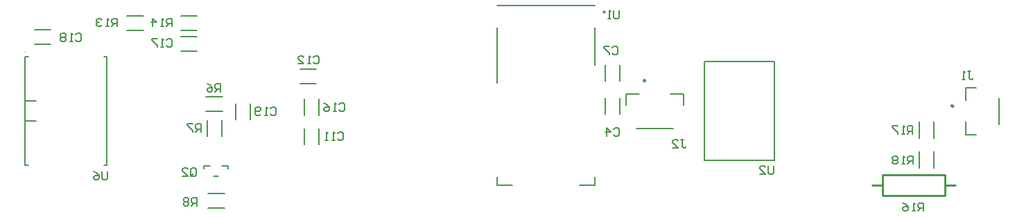
<source format=gbr>
%TF.GenerationSoftware,Altium Limited,Altium Designer,22.7.1 (60)*%
G04 Layer_Color=32896*
%FSLAX43Y43*%
%MOMM*%
%TF.SameCoordinates,9191ECB2-230E-4BD1-81F0-C314D0E832B5*%
%TF.FilePolarity,Positive*%
%TF.FileFunction,Legend,Bot*%
%TF.Part,Single*%
G01*
G75*
%TA.AperFunction,NonConductor*%
%ADD49C,0.200*%
%ADD50C,0.250*%
%ADD51C,0.127*%
%ADD52C,0.254*%
%ADD56C,0.100*%
D49*
X71200Y27125D02*
G03*
X71200Y27125I-100J0D01*
G01*
X10400Y8350D02*
Y21650D01*
X400Y13753D02*
Y14169D01*
Y15831D02*
Y16247D01*
Y8350D02*
X800D01*
X400D02*
Y8600D01*
Y21650D02*
X800D01*
X400Y21600D02*
Y21650D01*
X10000D02*
X10400D01*
Y21400D02*
Y21650D01*
X10000Y8350D02*
X10400D01*
Y8600D01*
X400Y18325D02*
Y21650D01*
Y8350D02*
Y11675D01*
Y18325D01*
Y13753D02*
X1721D01*
X400Y16247D02*
X1721D01*
X115300Y16300D02*
Y17875D01*
Y12125D02*
Y13700D01*
Y12125D02*
X116525D01*
X119350Y13400D02*
Y16600D01*
X115300Y17875D02*
X116525D01*
X23434Y6978D02*
X23966D01*
X22250Y7955D02*
Y8278D01*
X24384D02*
X25150D01*
X22250D02*
X23016D01*
X25150Y7955D02*
Y8278D01*
X80775Y15750D02*
Y17125D01*
X75050Y12875D02*
X79500D01*
X73775Y15750D02*
Y17125D01*
X75350D01*
X79200D02*
X80775D01*
X91875Y8950D02*
Y21050D01*
X83375Y8950D02*
Y21050D01*
Y8950D02*
X91875D01*
X83375Y21050D02*
X91875D01*
X10433Y7600D02*
Y6767D01*
X10266Y6600D01*
X9933D01*
X9767Y6767D01*
Y7600D01*
X8767D02*
X9100Y7433D01*
X9433Y7100D01*
Y6767D01*
X9267Y6600D01*
X8934D01*
X8767Y6767D01*
Y6933D01*
X8934Y7100D01*
X9433D01*
X72891Y27325D02*
Y26492D01*
X72725Y26325D01*
X72392D01*
X72225Y26492D01*
Y27325D01*
X71892Y26325D02*
X71559D01*
X71725D01*
Y27325D01*
X71892Y27158D01*
X80442Y11475D02*
X80775D01*
X80608D01*
Y10642D01*
X80775Y10475D01*
X80941D01*
X81108Y10642D01*
X79442Y10475D02*
X80108D01*
X79442Y11142D01*
Y11308D01*
X79609Y11475D01*
X79942D01*
X80108Y11308D01*
X115525Y19900D02*
X115858D01*
X115692D01*
Y19067D01*
X115858Y18900D01*
X116025D01*
X116191Y19067D01*
X115192Y18900D02*
X114859D01*
X115025D01*
Y19900D01*
X115192Y19733D01*
X91808Y8275D02*
Y7442D01*
X91641Y7275D01*
X91308D01*
X91142Y7442D01*
Y8275D01*
X90142Y7275D02*
X90808D01*
X90142Y7942D01*
Y8108D01*
X90309Y8275D01*
X90642D01*
X90808Y8108D01*
X108825Y8500D02*
Y9500D01*
X108325D01*
X108158Y9333D01*
Y9000D01*
X108325Y8833D01*
X108825D01*
X108491D02*
X108158Y8500D01*
X107825D02*
X107492D01*
X107658D01*
Y9500D01*
X107825Y9333D01*
X106992D02*
X106825Y9500D01*
X106492D01*
X106325Y9333D01*
Y9167D01*
X106492Y9000D01*
X106325Y8833D01*
Y8667D01*
X106492Y8500D01*
X106825D01*
X106992Y8667D01*
Y8833D01*
X106825Y9000D01*
X106992Y9167D01*
Y9333D01*
X106825Y9000D02*
X106492D01*
X108775Y12175D02*
Y13175D01*
X108275D01*
X108108Y13008D01*
Y12675D01*
X108275Y12508D01*
X108775D01*
X108441D02*
X108108Y12175D01*
X107775D02*
X107442D01*
X107608D01*
Y13175D01*
X107775Y13008D01*
X106942Y13175D02*
X106275D01*
Y13008D01*
X106942Y12342D01*
Y12175D01*
X110074Y2750D02*
Y3750D01*
X109574D01*
X109408Y3583D01*
Y3250D01*
X109574Y3083D01*
X110074D01*
X109741D02*
X109408Y2750D01*
X109075D02*
X108741D01*
X108908D01*
Y3750D01*
X109075Y3583D01*
X107575Y3750D02*
X107908Y3583D01*
X108241Y3250D01*
Y2917D01*
X108075Y2750D01*
X107742D01*
X107575Y2917D01*
Y3083D01*
X107742Y3250D01*
X108241D01*
X18300Y25350D02*
Y26350D01*
X17800D01*
X17633Y26183D01*
Y25850D01*
X17800Y25683D01*
X18300D01*
X17966D02*
X17633Y25350D01*
X17300D02*
X16967D01*
X17133D01*
Y26350D01*
X17300Y26183D01*
X15967Y25350D02*
Y26350D01*
X16467Y25850D01*
X15800D01*
X11608Y25350D02*
Y26350D01*
X11108D01*
X10942Y26183D01*
Y25850D01*
X11108Y25683D01*
X11608D01*
X11275D02*
X10942Y25350D01*
X10609D02*
X10275D01*
X10442D01*
Y26350D01*
X10609Y26183D01*
X9776D02*
X9609Y26350D01*
X9276D01*
X9109Y26183D01*
Y26016D01*
X9276Y25850D01*
X9442D01*
X9276D01*
X9109Y25683D01*
Y25517D01*
X9276Y25350D01*
X9609D01*
X9776Y25517D01*
X21383Y3375D02*
Y4375D01*
X20883D01*
X20717Y4208D01*
Y3875D01*
X20883Y3708D01*
X21383D01*
X21050D02*
X20717Y3375D01*
X20383Y4208D02*
X20217Y4375D01*
X19884D01*
X19717Y4208D01*
Y4042D01*
X19884Y3875D01*
X19717Y3708D01*
Y3542D01*
X19884Y3375D01*
X20217D01*
X20383Y3542D01*
Y3708D01*
X20217Y3875D01*
X20383Y4042D01*
Y4208D01*
X20217Y3875D02*
X19884D01*
X21858Y12425D02*
Y13425D01*
X21358D01*
X21192Y13258D01*
Y12925D01*
X21358Y12758D01*
X21858D01*
X21525D02*
X21192Y12425D01*
X20858Y13425D02*
X20192D01*
Y13258D01*
X20858Y12592D01*
Y12425D01*
X24267Y17375D02*
Y18375D01*
X23767D01*
X23601Y18208D01*
Y17875D01*
X23767Y17708D01*
X24267D01*
X23934D02*
X23601Y17375D01*
X22601Y18375D02*
X22934Y18208D01*
X23267Y17875D01*
Y17542D01*
X23101Y17375D01*
X22768D01*
X22601Y17542D01*
Y17708D01*
X22768Y17875D01*
X23267D01*
X20592Y7167D02*
Y7833D01*
X20758Y8000D01*
X21091D01*
X21258Y7833D01*
Y7167D01*
X21091Y7000D01*
X20758D01*
X20925Y7333D02*
X20592Y7000D01*
X20758D02*
X20592Y7167D01*
X19592Y7000D02*
X20258D01*
X19592Y7667D01*
Y7833D01*
X19759Y8000D01*
X20092D01*
X20258Y7833D01*
X30333Y15323D02*
X30500Y15490D01*
X30833D01*
X31000Y15323D01*
Y14657D01*
X30833Y14490D01*
X30500D01*
X30333Y14657D01*
X30000Y14490D02*
X29667D01*
X29833D01*
Y15490D01*
X30000Y15323D01*
X29167Y14657D02*
X29000Y14490D01*
X28667D01*
X28500Y14657D01*
Y15323D01*
X28667Y15490D01*
X29000D01*
X29167Y15323D01*
Y15157D01*
X29000Y14990D01*
X28500D01*
X6558Y24383D02*
X6725Y24550D01*
X7058D01*
X7225Y24383D01*
Y23717D01*
X7058Y23550D01*
X6725D01*
X6558Y23717D01*
X6225Y23550D02*
X5892D01*
X6058D01*
Y24550D01*
X6225Y24383D01*
X5392D02*
X5225Y24550D01*
X4892D01*
X4725Y24383D01*
Y24217D01*
X4892Y24050D01*
X4725Y23883D01*
Y23717D01*
X4892Y23550D01*
X5225D01*
X5392Y23717D01*
Y23883D01*
X5225Y24050D01*
X5392Y24217D01*
Y24383D01*
X5225Y24050D02*
X4892D01*
X17664Y23694D02*
X17831Y23860D01*
X18164D01*
X18331Y23694D01*
Y23027D01*
X18164Y22861D01*
X17831D01*
X17664Y23027D01*
X17331Y22861D02*
X16998D01*
X17164D01*
Y23860D01*
X17331Y23694D01*
X16498Y23860D02*
X15831D01*
Y23694D01*
X16498Y23027D01*
Y22861D01*
X38733Y15833D02*
X38900Y16000D01*
X39233D01*
X39400Y15833D01*
Y15167D01*
X39233Y15000D01*
X38900D01*
X38733Y15167D01*
X38400Y15000D02*
X38067D01*
X38233D01*
Y16000D01*
X38400Y15833D01*
X36900Y16000D02*
X37234Y15833D01*
X37567Y15500D01*
Y15167D01*
X37400Y15000D01*
X37067D01*
X36900Y15167D01*
Y15333D01*
X37067Y15500D01*
X37567D01*
X35558Y21608D02*
X35725Y21775D01*
X36058D01*
X36225Y21608D01*
Y20942D01*
X36058Y20775D01*
X35725D01*
X35558Y20942D01*
X35225Y20775D02*
X34892D01*
X35058D01*
Y21775D01*
X35225Y21608D01*
X33725Y20775D02*
X34392D01*
X33725Y21442D01*
Y21608D01*
X33892Y21775D01*
X34225D01*
X34392Y21608D01*
X38567Y12223D02*
X38733Y12390D01*
X39066D01*
X39233Y12223D01*
Y11557D01*
X39066Y11390D01*
X38733D01*
X38567Y11557D01*
X38233Y11390D02*
X37900D01*
X38067D01*
Y12390D01*
X38233Y12223D01*
X37400Y11390D02*
X37067D01*
X37234D01*
Y12390D01*
X37400Y12223D01*
X72067Y22758D02*
X72233Y22925D01*
X72566D01*
X72733Y22758D01*
Y22092D01*
X72566Y21925D01*
X72233D01*
X72067Y22092D01*
X71733Y22925D02*
X71067D01*
Y22758D01*
X71733Y22092D01*
Y21925D01*
X72267Y12758D02*
X72433Y12925D01*
X72766D01*
X72933Y12758D01*
Y12092D01*
X72766Y11925D01*
X72433D01*
X72267Y12092D01*
X71434Y11925D02*
Y12925D01*
X71933Y12425D01*
X71267D01*
D50*
X113750Y15625D02*
G03*
X113750Y15625I-125J0D01*
G01*
X76150Y18725D02*
G03*
X76150Y18725I-125J0D01*
G01*
D51*
X109610Y11700D02*
Y13700D01*
X111390Y11700D02*
Y13700D01*
X109610Y8050D02*
Y10050D01*
X111390Y8050D02*
Y10050D01*
X26085Y13940D02*
Y15940D01*
X27865Y13940D02*
Y15940D01*
X33965Y20118D02*
X35965D01*
X33965Y18338D02*
X35965D01*
X36290Y14485D02*
Y16485D01*
X34510Y14485D02*
Y16485D01*
X36290Y10885D02*
Y12885D01*
X34510Y10885D02*
Y12885D01*
X24390Y11890D02*
Y13890D01*
X22610Y11890D02*
Y13890D01*
X22715Y3110D02*
X24715D01*
X22715Y4890D02*
X24715D01*
X12840Y24897D02*
X14840D01*
X12840Y26677D02*
X14840D01*
X19390D02*
X21390D01*
X19390Y24897D02*
X21390D01*
X19390Y22360D02*
X21390D01*
X19390Y24140D02*
X21390D01*
X22490Y14995D02*
X24490D01*
X22490Y16775D02*
X24490D01*
X58000Y18425D02*
Y25225D01*
X70000Y20625D02*
Y25225D01*
X58000Y27925D02*
X70000D01*
X58000Y5925D02*
Y6925D01*
Y5925D02*
X59900D01*
X68100D02*
X70000D01*
Y6925D01*
X71235Y14590D02*
Y16590D01*
X73015Y14590D02*
Y16590D01*
Y18660D02*
Y20660D01*
X71235Y18660D02*
Y20660D01*
X1535Y23160D02*
X3535D01*
X1535Y24940D02*
X3535D01*
D52*
X112690Y5905D02*
X113960D01*
X103800D02*
X105070D01*
Y7175D01*
X112690D01*
Y4635D02*
Y7175D01*
X105070Y4635D02*
X112690D01*
X105070D02*
Y5905D01*
D56*
X447Y22214D02*
G03*
X447Y22114I0J-50D01*
G01*
D02*
G03*
X447Y22214I0J50D01*
G01*
%TF.MD5,1a1443dbe690d65f57a5e88301399f81*%
M02*

</source>
